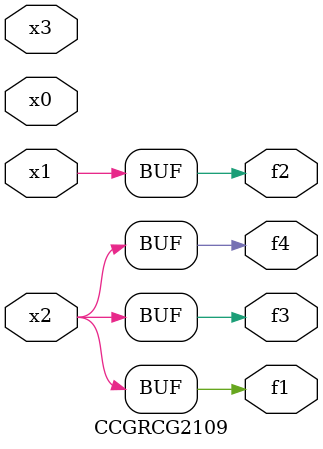
<source format=v>
module CCGRCG2109(
	input x0, x1, x2, x3,
	output f1, f2, f3, f4
);
	assign f1 = x2;
	assign f2 = x1;
	assign f3 = x2;
	assign f4 = x2;
endmodule

</source>
